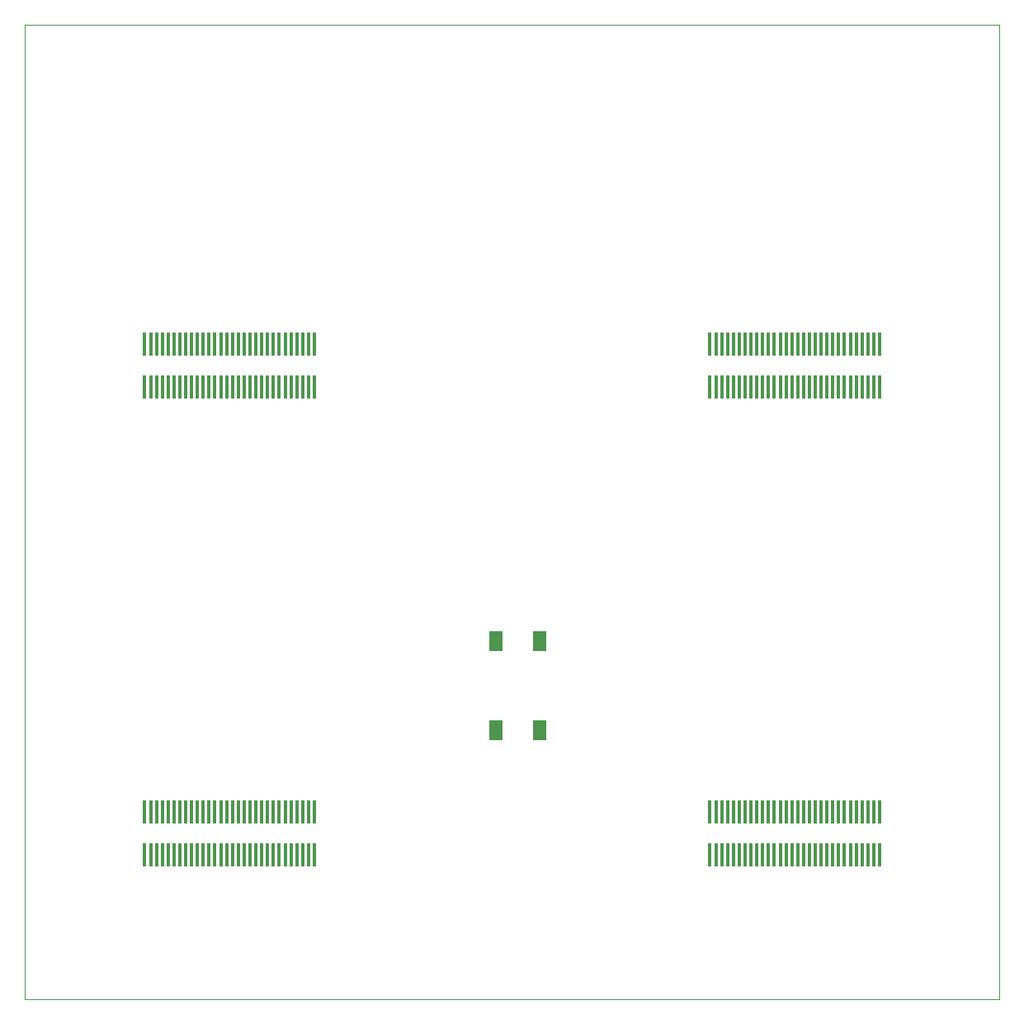
<source format=gtp>
G75*
%MOIN*%
%OFA0B0*%
%FSLAX25Y25*%
%IPPOS*%
%LPD*%
%AMOC8*
5,1,8,0,0,1.08239X$1,22.5*
%
%ADD10C,0.00394*%
%ADD11R,0.01378X0.09646*%
%ADD12R,0.05512X0.08268*%
D10*
X0002294Y0001400D02*
X0002294Y0395101D01*
X0395995Y0395101D01*
X0395995Y0001400D01*
X0002294Y0001400D01*
D11*
X0050719Y0059569D03*
X0053081Y0059569D03*
X0055444Y0059569D03*
X0057806Y0059569D03*
X0060168Y0059569D03*
X0062530Y0059569D03*
X0064893Y0059569D03*
X0067255Y0059569D03*
X0069617Y0059569D03*
X0071979Y0059569D03*
X0074341Y0059569D03*
X0076704Y0059569D03*
X0079066Y0059569D03*
X0081428Y0059569D03*
X0083790Y0059569D03*
X0086152Y0059569D03*
X0088515Y0059569D03*
X0090877Y0059569D03*
X0093239Y0059569D03*
X0095601Y0059569D03*
X0097963Y0059569D03*
X0100326Y0059569D03*
X0102688Y0059569D03*
X0105050Y0059569D03*
X0107412Y0059569D03*
X0109774Y0059569D03*
X0112137Y0059569D03*
X0114499Y0059569D03*
X0116861Y0059569D03*
X0119223Y0059569D03*
X0119223Y0077089D03*
X0116861Y0077089D03*
X0114499Y0077089D03*
X0112137Y0077089D03*
X0109774Y0077089D03*
X0107412Y0077089D03*
X0105050Y0077089D03*
X0102688Y0077089D03*
X0100326Y0077089D03*
X0097963Y0077089D03*
X0095601Y0077089D03*
X0093239Y0077089D03*
X0090877Y0077089D03*
X0088515Y0077089D03*
X0086152Y0077089D03*
X0083790Y0077089D03*
X0081428Y0077089D03*
X0079066Y0077089D03*
X0076704Y0077089D03*
X0074341Y0077089D03*
X0071979Y0077089D03*
X0069617Y0077089D03*
X0067255Y0077089D03*
X0064893Y0077089D03*
X0062530Y0077089D03*
X0060168Y0077089D03*
X0057806Y0077089D03*
X0055444Y0077089D03*
X0053081Y0077089D03*
X0050719Y0077089D03*
X0050719Y0248546D03*
X0053081Y0248546D03*
X0055444Y0248546D03*
X0057806Y0248546D03*
X0060168Y0248546D03*
X0062530Y0248546D03*
X0064893Y0248546D03*
X0067255Y0248546D03*
X0069617Y0248546D03*
X0071979Y0248546D03*
X0074341Y0248546D03*
X0076704Y0248546D03*
X0079066Y0248546D03*
X0081428Y0248546D03*
X0083790Y0248546D03*
X0086152Y0248546D03*
X0088515Y0248546D03*
X0090877Y0248546D03*
X0093239Y0248546D03*
X0095601Y0248546D03*
X0097963Y0248546D03*
X0100326Y0248546D03*
X0102688Y0248546D03*
X0105050Y0248546D03*
X0107412Y0248546D03*
X0109774Y0248546D03*
X0112137Y0248546D03*
X0114499Y0248546D03*
X0116861Y0248546D03*
X0119223Y0248546D03*
X0119223Y0266065D03*
X0116861Y0266065D03*
X0114499Y0266065D03*
X0112137Y0266065D03*
X0109774Y0266065D03*
X0107412Y0266065D03*
X0105050Y0266065D03*
X0102688Y0266065D03*
X0100326Y0266065D03*
X0097963Y0266065D03*
X0095601Y0266065D03*
X0093239Y0266065D03*
X0090877Y0266065D03*
X0088515Y0266065D03*
X0086152Y0266065D03*
X0083790Y0266065D03*
X0081428Y0266065D03*
X0079066Y0266065D03*
X0076704Y0266065D03*
X0074341Y0266065D03*
X0071979Y0266065D03*
X0069617Y0266065D03*
X0067255Y0266065D03*
X0064893Y0266065D03*
X0062530Y0266065D03*
X0060168Y0266065D03*
X0057806Y0266065D03*
X0055444Y0266065D03*
X0053081Y0266065D03*
X0050719Y0266065D03*
X0279066Y0266065D03*
X0281428Y0266065D03*
X0283790Y0266065D03*
X0286152Y0266065D03*
X0288515Y0266065D03*
X0290877Y0266065D03*
X0293239Y0266065D03*
X0295601Y0266065D03*
X0297963Y0266065D03*
X0300326Y0266065D03*
X0302688Y0266065D03*
X0305050Y0266065D03*
X0307412Y0266065D03*
X0309774Y0266065D03*
X0312137Y0266065D03*
X0314499Y0266065D03*
X0316861Y0266065D03*
X0319223Y0266065D03*
X0321585Y0266065D03*
X0323948Y0266065D03*
X0326310Y0266065D03*
X0328672Y0266065D03*
X0331034Y0266065D03*
X0333396Y0266065D03*
X0335759Y0266065D03*
X0338121Y0266065D03*
X0340483Y0266065D03*
X0342845Y0266065D03*
X0345207Y0266065D03*
X0347570Y0266065D03*
X0347570Y0248546D03*
X0345207Y0248546D03*
X0342845Y0248546D03*
X0340483Y0248546D03*
X0338121Y0248546D03*
X0335759Y0248546D03*
X0333396Y0248546D03*
X0331034Y0248546D03*
X0328672Y0248546D03*
X0326310Y0248546D03*
X0323948Y0248546D03*
X0321585Y0248546D03*
X0319223Y0248546D03*
X0316861Y0248546D03*
X0314499Y0248546D03*
X0312137Y0248546D03*
X0309774Y0248546D03*
X0307412Y0248546D03*
X0305050Y0248546D03*
X0302688Y0248546D03*
X0300326Y0248546D03*
X0297963Y0248546D03*
X0295601Y0248546D03*
X0293239Y0248546D03*
X0290877Y0248546D03*
X0288515Y0248546D03*
X0286152Y0248546D03*
X0283790Y0248546D03*
X0281428Y0248546D03*
X0279066Y0248546D03*
X0279066Y0077089D03*
X0281428Y0077089D03*
X0283790Y0077089D03*
X0286152Y0077089D03*
X0288515Y0077089D03*
X0290877Y0077089D03*
X0293239Y0077089D03*
X0295601Y0077089D03*
X0297963Y0077089D03*
X0300326Y0077089D03*
X0302688Y0077089D03*
X0305050Y0077089D03*
X0307412Y0077089D03*
X0309774Y0077089D03*
X0312137Y0077089D03*
X0314499Y0077089D03*
X0316861Y0077089D03*
X0319223Y0077089D03*
X0321585Y0077089D03*
X0323948Y0077089D03*
X0326310Y0077089D03*
X0328672Y0077089D03*
X0331034Y0077089D03*
X0333396Y0077089D03*
X0335759Y0077089D03*
X0338121Y0077089D03*
X0340483Y0077089D03*
X0342845Y0077089D03*
X0345207Y0077089D03*
X0347570Y0077089D03*
X0347570Y0059569D03*
X0345207Y0059569D03*
X0342845Y0059569D03*
X0340483Y0059569D03*
X0338121Y0059569D03*
X0335759Y0059569D03*
X0333396Y0059569D03*
X0331034Y0059569D03*
X0328672Y0059569D03*
X0326310Y0059569D03*
X0323948Y0059569D03*
X0321585Y0059569D03*
X0319223Y0059569D03*
X0316861Y0059569D03*
X0314499Y0059569D03*
X0312137Y0059569D03*
X0309774Y0059569D03*
X0307412Y0059569D03*
X0305050Y0059569D03*
X0302688Y0059569D03*
X0300326Y0059569D03*
X0297963Y0059569D03*
X0295601Y0059569D03*
X0293239Y0059569D03*
X0290877Y0059569D03*
X0288515Y0059569D03*
X0286152Y0059569D03*
X0283790Y0059569D03*
X0281428Y0059569D03*
X0279066Y0059569D03*
D12*
X0210256Y0110087D03*
X0192539Y0110087D03*
X0192539Y0145913D03*
X0210256Y0145913D03*
M02*

</source>
